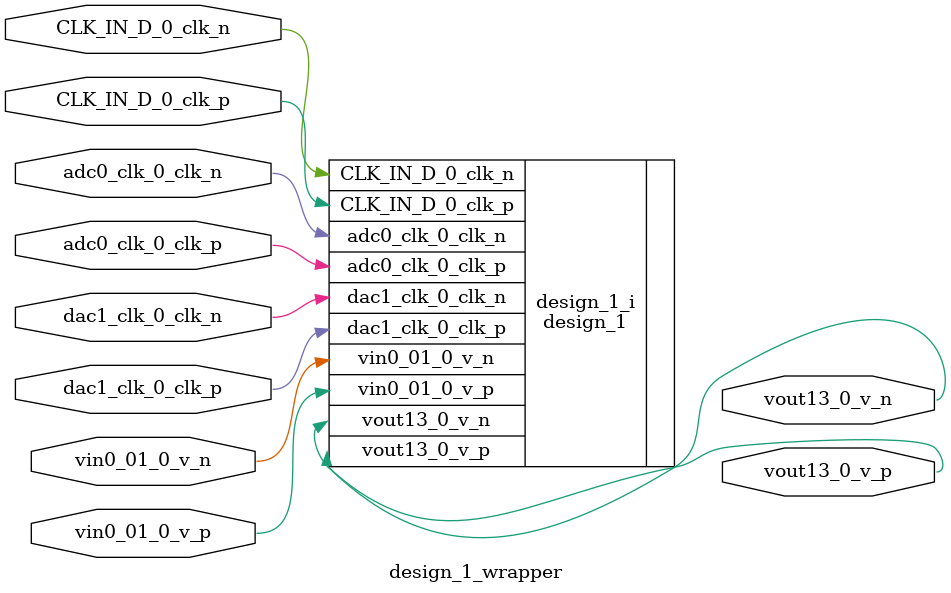
<source format=v>
`timescale 1 ps / 1 ps

module design_1_wrapper
   (CLK_IN_D_0_clk_n,
    CLK_IN_D_0_clk_p,
    adc0_clk_0_clk_n,
    adc0_clk_0_clk_p,
    dac1_clk_0_clk_n,
    dac1_clk_0_clk_p,
    vin0_01_0_v_n,
    vin0_01_0_v_p,
    vout13_0_v_n,
    vout13_0_v_p);
  input CLK_IN_D_0_clk_n;
  input CLK_IN_D_0_clk_p;
  input adc0_clk_0_clk_n;
  input adc0_clk_0_clk_p;
  input dac1_clk_0_clk_n;
  input dac1_clk_0_clk_p;
  input vin0_01_0_v_n;
  input vin0_01_0_v_p;
  output vout13_0_v_n;
  output vout13_0_v_p;

  wire CLK_IN_D_0_clk_n;
  wire CLK_IN_D_0_clk_p;
  wire adc0_clk_0_clk_n;
  wire adc0_clk_0_clk_p;
  wire dac1_clk_0_clk_n;
  wire dac1_clk_0_clk_p;
  wire vin0_01_0_v_n;
  wire vin0_01_0_v_p;
  wire vout13_0_v_n;
  wire vout13_0_v_p;

  design_1 design_1_i
       (.CLK_IN_D_0_clk_n(CLK_IN_D_0_clk_n),
        .CLK_IN_D_0_clk_p(CLK_IN_D_0_clk_p),
        .adc0_clk_0_clk_n(adc0_clk_0_clk_n),
        .adc0_clk_0_clk_p(adc0_clk_0_clk_p),
        .dac1_clk_0_clk_n(dac1_clk_0_clk_n),
        .dac1_clk_0_clk_p(dac1_clk_0_clk_p),
        .vin0_01_0_v_n(vin0_01_0_v_n),
        .vin0_01_0_v_p(vin0_01_0_v_p),
        .vout13_0_v_n(vout13_0_v_n),
        .vout13_0_v_p(vout13_0_v_p));
endmodule

</source>
